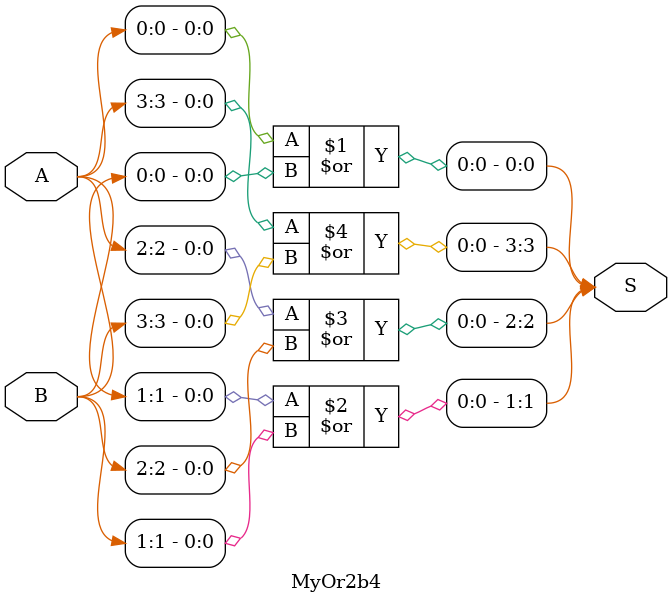
<source format=v>
`timescale 1ns / 1ps
module MyOr2b4(
	input wire [3:0] A,
	input wire [3:0] B,
	output wire [3:0] S
    );
	 or a1(S[0],A[0],B[0]);
	  or a2(S[1],A[1],B[1]);
	   or a3(S[2],A[2],B[2]);
		 or a4(S[3],A[3],B[3]);
		 

endmodule

</source>
